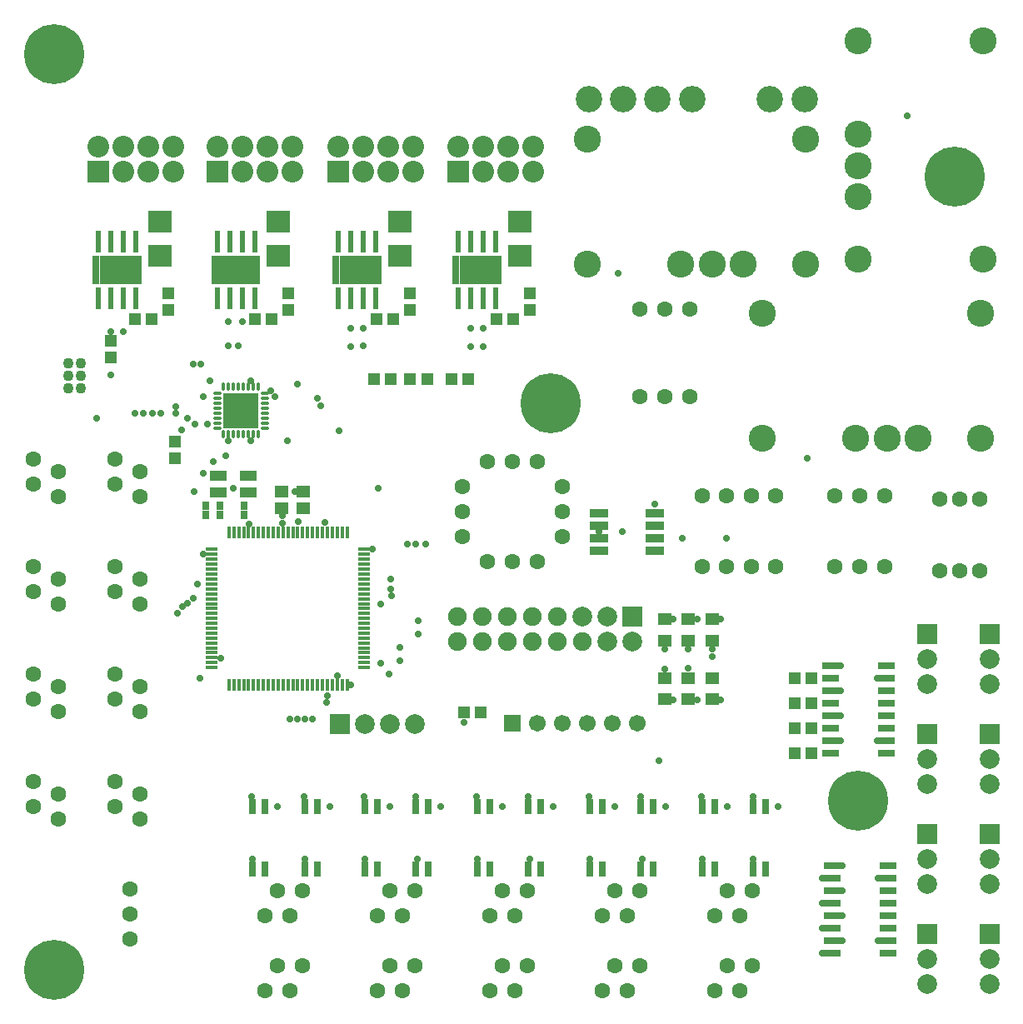
<source format=gts>
%FSTAX23Y23*%
%MOIN*%
%SFA1B1*%

%IPPOS*%
%AMD76*
4,1,8,-0.003000,-0.015500,0.003000,-0.015500,0.007000,-0.011500,0.007000,0.011500,0.003000,0.015500,-0.003000,0.015500,-0.007000,0.011500,-0.007000,-0.011500,-0.003000,-0.015500,0.0*
1,1,0.008000,-0.003000,-0.011500*
1,1,0.008000,0.003000,-0.011500*
1,1,0.008000,0.003000,0.011500*
1,1,0.008000,-0.003000,0.011500*
%
%AMD77*
4,1,8,0.015500,-0.003000,0.015500,0.003000,0.011500,0.007000,-0.011500,0.007000,-0.015500,0.003000,-0.015500,-0.003000,-0.011500,-0.007000,0.011500,-0.007000,0.015500,-0.003000,0.0*
1,1,0.008000,0.011500,-0.003000*
1,1,0.008000,0.011500,0.003000*
1,1,0.008000,-0.011500,0.003000*
1,1,0.008000,-0.011500,-0.003000*
%
%ADD70R,0.025000X0.116000*%
%ADD71R,0.025000X0.116000*%
%ADD72R,0.051000X0.047000*%
%ADD73R,0.047000X0.051000*%
%ADD74R,0.067000X0.030000*%
%ADD75R,0.067000X0.043000*%
G04~CAMADD=76~8~0.0~0.0~140.0~310.0~40.0~0.0~15~0.0~0.0~0.0~0.0~0~0.0~0.0~0.0~0.0~0~0.0~0.0~0.0~180.0~140.0~310.0*
%ADD76D76*%
G04~CAMADD=77~8~0.0~0.0~140.0~310.0~40.0~0.0~15~0.0~0.0~0.0~0.0~0~0.0~0.0~0.0~0.0~0~0.0~0.0~0.0~270.0~310.0~140.0*
%ADD77D77*%
%ADD78R,0.142000X0.142000*%
%ADD79R,0.051000X0.016000*%
%ADD80R,0.016000X0.051000*%
%ADD81R,0.075000X0.032000*%
%ADD82R,0.028000X0.063000*%
%ADD83R,0.053000X0.047000*%
%ADD84R,0.055000X0.051000*%
%ADD85R,0.095000X0.087000*%
%ADD86R,0.144000X0.116000*%
%ADD87R,0.024000X0.091000*%
%ADD88R,0.028000X0.032000*%
%ADD89C,0.063000*%
%ADD90C,0.004000*%
%ADD91C,0.079000*%
%ADD92R,0.079000X0.079000*%
%ADD93C,0.240000*%
%ADD94C,0.087000*%
%ADD95R,0.087000X0.087000*%
%ADD96R,0.079000X0.079000*%
%ADD97C,0.106000*%
%ADD98C,0.108000*%
%ADD99C,0.075000*%
%ADD100C,0.067000*%
%ADD101R,0.067000X0.067000*%
%ADD102C,0.043000*%
%ADD103C,0.028000*%
%LNholoboard-1*%
%LPD*%
G54D70*
X00473Y02938D03*
X00948D03*
X01913D03*
X01433D03*
G54D71*
X00305Y02938D03*
X0078D03*
X01745D03*
X01265D03*
G54D72*
X01629Y02499D03*
X01562D03*
X01416D03*
X01483D03*
X01794Y025D03*
X01727D03*
X01844Y01167D03*
X01777D03*
X01906Y0274D03*
X01973D03*
X00941D03*
X01008D03*
X01426D03*
X01493D03*
X00528D03*
X00461D03*
X03101Y01005D03*
X03168D03*
X03101Y01105D03*
X03168D03*
X03101Y01205D03*
X03168D03*
X03101Y01305D03*
X03168D03*
G54D73*
X00594Y02777D03*
Y02844D03*
X01074D03*
Y02777D03*
X02039D03*
Y02844D03*
X01559Y02777D03*
Y02844D03*
X00364Y02587D03*
Y02654D03*
X0062Y0225D03*
Y02183D03*
G54D74*
X03473Y00205D03*
Y00255D03*
Y00305D03*
Y00355D03*
Y00405D03*
Y00455D03*
Y00505D03*
Y00555D03*
X0325Y00205D03*
Y00255D03*
Y00305D03*
Y00355D03*
Y00405D03*
Y00455D03*
Y00505D03*
Y00555D03*
X03245Y01355D03*
Y01305D03*
Y01255D03*
Y01205D03*
Y01155D03*
Y01105D03*
Y01055D03*
Y01005D03*
X03468Y01355D03*
Y01305D03*
Y01255D03*
Y01205D03*
Y01155D03*
Y01105D03*
Y01055D03*
Y01005D03*
G54D75*
X00793Y02048D03*
Y02115D03*
X00915Y02048D03*
Y02115D03*
G54D76*
X00814Y0228D03*
X00834D03*
X00854D03*
X00874D03*
X00894D03*
X00914D03*
X00934D03*
X00954D03*
Y0247D03*
X00934D03*
X00914D03*
X00894D03*
X00874D03*
X00854D03*
X00834D03*
X00814D03*
G54D77*
X00979Y02305D03*
Y02325D03*
Y02345D03*
Y02365D03*
Y02385D03*
Y02405D03*
Y02425D03*
Y02445D03*
X00789D03*
Y02425D03*
Y02405D03*
Y02385D03*
Y02365D03*
Y02345D03*
X0079Y02325D03*
Y02305D03*
G54D78*
X00884Y02375D03*
G54D79*
X01378Y01819D03*
Y01799D03*
Y0178D03*
Y0176D03*
Y0174D03*
Y0172D03*
Y01701D03*
Y01681D03*
Y01661D03*
Y01642D03*
Y01622D03*
Y01602D03*
Y01583D03*
Y01563D03*
Y01543D03*
Y01524D03*
Y01504D03*
Y01484D03*
Y01465D03*
Y01445D03*
Y01425D03*
Y01406D03*
Y01386D03*
Y01366D03*
Y01346D03*
X00768D03*
Y01366D03*
Y01386D03*
Y01406D03*
Y01425D03*
Y01445D03*
Y01465D03*
Y01484D03*
Y01504D03*
Y01524D03*
Y01543D03*
Y01563D03*
Y01583D03*
Y01602D03*
Y01622D03*
Y01642D03*
Y01661D03*
Y01681D03*
Y01701D03*
Y0172D03*
Y0174D03*
Y0176D03*
Y0178D03*
Y01799D03*
Y01819D03*
G54D80*
X01309Y01278D03*
X01289D03*
X0127D03*
X0125D03*
X0123D03*
X01211D03*
X01191D03*
X01171D03*
X01152D03*
X01132D03*
X01112D03*
X01093D03*
X01073D03*
X01053D03*
X01033D03*
X01014D03*
X00994D03*
X00974D03*
X00955D03*
X00935D03*
X00915D03*
X00896D03*
X00876D03*
X00856D03*
X00837D03*
Y01888D03*
X00856D03*
X00876D03*
X00896D03*
X00915D03*
X00935D03*
X00955D03*
X00974D03*
X00994D03*
X01014D03*
X01033D03*
X01053D03*
X01073D03*
X01093D03*
X01112D03*
X01132D03*
X01152D03*
X01171D03*
X01191D03*
X01211D03*
X0123D03*
X0125D03*
X0127D03*
X01289D03*
X01309D03*
G54D81*
X02317Y01965D03*
Y01915D03*
Y01865D03*
Y01815D03*
X02541Y01965D03*
Y01915D03*
Y01865D03*
Y01815D03*
G54D82*
X02934Y0079D03*
X02984D03*
Y0054D03*
X02934D03*
X02729Y0079D03*
X02779D03*
Y0054D03*
X02729D03*
X02484Y0079D03*
X02534D03*
Y0054D03*
X02484D03*
X02279Y0079D03*
X02329D03*
Y0054D03*
X02279D03*
X02034Y0079D03*
X02084D03*
Y0054D03*
X02034D03*
X01829Y0079D03*
X01879D03*
Y0054D03*
X01829D03*
X01584Y0079D03*
X01634D03*
Y0054D03*
X01584D03*
X01379Y0079D03*
X01429D03*
Y0054D03*
X01379D03*
X01139Y0079D03*
X01189D03*
Y0054D03*
X01139D03*
X00929Y0079D03*
X00979D03*
Y0054D03*
X00929D03*
G54D83*
X02579Y01455D03*
Y01542D03*
X02674Y01455D03*
Y01542D03*
X02769Y01455D03*
Y01542D03*
X02579Y01305D03*
Y01219D03*
X02674Y01305D03*
Y01219D03*
X02769Y01305D03*
Y01219D03*
G54D84*
X01134Y0205D03*
Y01983D03*
X01048Y0205D03*
Y01983D03*
G54D85*
X00559Y0313D03*
Y02993D03*
X01034Y0313D03*
Y02993D03*
X01519Y0313D03*
Y02993D03*
X01999Y0313D03*
Y02993D03*
G54D86*
X00389Y02938D03*
X00864D03*
X01829D03*
X01349D03*
G54D87*
X00314Y02825D03*
X00364D03*
X00414D03*
X00464D03*
Y0305D03*
X00414D03*
X00364D03*
X00314D03*
X00789Y02825D03*
X00839D03*
X00889D03*
X00939D03*
Y0305D03*
X00889D03*
X00839D03*
X00789D03*
X01754Y02825D03*
X01804D03*
X01854D03*
X01904D03*
Y0305D03*
X01854D03*
X01804D03*
X01754D03*
X01274Y02825D03*
X01324D03*
X01374D03*
X01424D03*
Y0305D03*
X01374D03*
X01324D03*
X01274D03*
G54D88*
X00896Y01956D03*
Y01995D03*
X00744D03*
Y01956D03*
X00799Y01995D03*
Y01956D03*
G54D89*
X01869Y0217D03*
X01969D03*
X02069D03*
X02169Y0207D03*
Y0197D03*
Y0187D03*
X02069Y0177D03*
X01969D03*
X01869D03*
X01769Y0187D03*
Y0197D03*
Y0207D03*
X00054Y0132D03*
X00154Y0127D03*
X00054Y0122D03*
X00154Y0117D03*
X02729Y02035D03*
X02827D03*
X02926D03*
X03024D03*
X00379Y0089D03*
X00479Y0084D03*
X00379Y0079D03*
X00479Y0074D03*
X00054Y0089D03*
X00154Y0084D03*
X00054Y0079D03*
X00154Y0074D03*
X00379Y0132D03*
X00479Y0127D03*
X00379Y0122D03*
X00479Y0117D03*
X00379Y0175D03*
X00479Y017D03*
X00379Y0165D03*
X00479Y016D03*
X00054Y0175D03*
X00154Y017D03*
X00054Y0165D03*
X00154Y016D03*
X00379Y0218D03*
X00479Y0213D03*
X00379Y0208D03*
X00479Y0203D03*
X00054Y0218D03*
X00154Y0213D03*
X00054Y0208D03*
X00154Y0203D03*
X02779Y00355D03*
X02829Y00455D03*
X02879Y00355D03*
X02929Y00455D03*
X02329Y00355D03*
X02379Y00455D03*
X02429Y00355D03*
X02479Y00455D03*
X01879Y00355D03*
X01929Y00455D03*
X01979Y00355D03*
X02029Y00455D03*
X01429Y00355D03*
X01479Y00455D03*
X01529Y00355D03*
X01579Y00455D03*
X00979Y00355D03*
X01029Y00455D03*
X01079Y00355D03*
X01129Y00455D03*
X02779Y00055D03*
X02829Y00155D03*
X02879Y00055D03*
X02929Y00155D03*
X02329Y00055D03*
X02379Y00155D03*
X02429Y00055D03*
X02479Y00155D03*
X01879Y00055D03*
X01929Y00155D03*
X01979Y00055D03*
X02029Y00155D03*
X01429Y00055D03*
X01479Y00155D03*
X01529Y00055D03*
X01579Y00155D03*
X00979Y00055D03*
X01029Y00155D03*
X01079Y00055D03*
X01129Y00155D03*
X03839Y01735D03*
X0376D03*
X03682D03*
X03459Y0175D03*
X03361D03*
X03262D03*
X03459Y02035D03*
X03361D03*
X03262D03*
X03682Y0202D03*
X0376D03*
X03839D03*
X02479Y0243D03*
X02579D03*
X02679D03*
X00439Y00262D03*
Y00362D03*
Y00462D03*
X02479Y0278D03*
X02579D03*
X02679D03*
X02729Y0175D03*
X02827D03*
X02926D03*
X03024D03*
G54D90*
X00125Y01375D03*
X0045Y00945D03*
X00125D03*
X0045Y01375D03*
Y01805D03*
X00125D03*
X0045Y02235D03*
X00125D03*
X02724Y00426D03*
X02274D03*
X01824D03*
X01374D03*
X00924D03*
X02724Y00126D03*
X02274D03*
X01824D03*
X01374D03*
X00924D03*
G54D91*
X03629Y0048D03*
Y0058D03*
X03879Y0048D03*
Y0058D03*
Y0008D03*
Y0018D03*
X03629Y0008D03*
Y0018D03*
X01479Y0112D03*
X01379D03*
X01579D03*
X02352Y01449D03*
X02452D03*
X02352Y01549D03*
X02252D03*
X03629Y0138D03*
Y0128D03*
X03879Y0138D03*
Y0128D03*
Y0098D03*
Y0088D03*
X03629Y0098D03*
Y0088D03*
G54D92*
X03629Y0068D03*
X03879D03*
Y0028D03*
X03629D03*
Y0148D03*
X03879D03*
Y0108D03*
X03629D03*
G54D93*
X03739Y0331D03*
X02124Y02405D03*
X03354Y00815D03*
X00138Y03799D03*
Y00138D03*
G54D94*
X01089Y0343D03*
Y0333D03*
X00989Y0343D03*
Y0333D03*
X00889Y0343D03*
Y0333D03*
X00789Y0343D03*
X02054D03*
Y0333D03*
X01954Y0343D03*
Y0333D03*
X01854Y0343D03*
Y0333D03*
X01754Y0343D03*
X01574D03*
Y0333D03*
X01474Y0343D03*
Y0333D03*
X01374Y0343D03*
Y0333D03*
X01274Y0343D03*
X00614D03*
Y0333D03*
X00514Y0343D03*
Y0333D03*
X00414Y0343D03*
Y0333D03*
X00314Y0343D03*
G54D95*
X00789Y0333D03*
X01754D03*
X01274D03*
X00314D03*
G54D96*
X01279Y0112D03*
X02452Y01549D03*
G54D97*
X02689Y0362D03*
X02551D03*
X02413D03*
X02276D03*
X03139D03*
X03001D03*
G54D98*
X03354Y03855D03*
Y0348D03*
Y03355D03*
Y0323D03*
Y0298D03*
X03854Y03855D03*
Y0298D03*
X02269Y0296D03*
X02644D03*
X02769D03*
X02894D03*
X03144D03*
X02269Y0346D03*
X03144D03*
X02969Y02265D03*
X03344D03*
X03469D03*
X03594D03*
X03844D03*
X02969Y02765D03*
X03844D03*
G54D99*
X02252Y01449D03*
X02152Y01549D03*
Y01449D03*
X02052Y01549D03*
Y01449D03*
X01952Y01549D03*
Y01449D03*
X01852Y01549D03*
Y01449D03*
X01752Y01549D03*
Y01449D03*
G54D100*
X02469Y01125D03*
X02369D03*
X02069D03*
X02269D03*
X02169D03*
G54D101*
X01969Y01125D03*
G54D102*
X00244Y02465D03*
X00194D03*
X00244Y02515D03*
X00194D03*
X00244Y02565D03*
X00194D03*
G54D103*
X02395Y02923D03*
X03149Y02185D03*
X01521Y01426D03*
X01594Y01482D03*
Y01533D03*
X01114Y0193D03*
X00734Y018D03*
X01411Y01819D03*
X01445Y01602D03*
Y01364D03*
X00854Y02065D03*
X01484Y017D03*
X01239Y0079D03*
X01029D03*
X01479D03*
X01684D03*
X01929D03*
X02135D03*
X02379D03*
X02584D03*
X02829D03*
X03034D03*
X03289Y00255D03*
Y00355D03*
Y00455D03*
Y00555D03*
X03284Y01355D03*
Y01255D03*
Y01155D03*
Y01055D03*
X03429D03*
X03434Y00255D03*
Y00505D03*
X03429Y01305D03*
X02804Y0154D03*
X02769Y0142D03*
X02804Y01217D03*
X02709D03*
X02614D03*
X02709Y0154D03*
X02614D03*
X02579Y0134D03*
X02674Y0142D03*
X02579D03*
X01486Y01635D03*
X01485Y01661D03*
X01777Y01127D03*
X01477Y01321D03*
X01521Y01373D03*
X01623Y01841D03*
X0155Y0184D03*
X01585D03*
X01219Y01927D03*
X01433Y02064D03*
X00709Y01679D03*
X00697Y02049D03*
X00735Y02125D03*
X00774Y02171D03*
X00804Y01385D03*
X00694Y01625D03*
X00672Y01605D03*
X00649Y0159D03*
X00629Y01565D03*
X00564Y02363D03*
X00529D03*
X00494D03*
X00461D03*
X02489Y0058D03*
X02039D03*
X01589D03*
X01139D03*
X02729D03*
X02279D03*
X01829D03*
X01379D03*
X00929D03*
X01204Y02395D03*
X01189Y02425D03*
X01109Y0248D03*
X01004Y02455D03*
X01854Y02705D03*
X01804D03*
X01854Y0263D03*
X01804D03*
X01374Y02635D03*
X01019Y0243D03*
X01374Y02705D03*
X01324D03*
Y0263D03*
X00694Y0256D03*
X00724D03*
X00874Y02635D03*
X00834D03*
X00889Y0273D03*
X00834D03*
X00749Y0232D03*
X00414Y0269D03*
X00364D03*
X00623Y02364D03*
Y02391D03*
X03209Y00505D03*
Y00405D03*
Y00305D03*
Y00205D03*
X01169Y0114D03*
X01139D03*
X01109D03*
X01079D03*
X03549Y03555D03*
X00924Y02255D03*
Y02495D03*
X00734Y0243D03*
X02649Y01865D03*
X02827D03*
X00646Y02297D03*
X00672Y02345D03*
X00701Y02319D03*
X01069Y02254D03*
X01277Y02293D03*
X02317Y0189D03*
X02539Y02D03*
X02409Y0189D03*
X01269Y01315D03*
X01049Y01925D03*
Y01955D03*
X01099Y0205D03*
X01325Y01278D03*
X00928Y00829D03*
X01138D03*
X01378D03*
X01583D03*
X01828D03*
X02034D03*
X02278D03*
X02484D03*
X02728D03*
X02933D03*
X01226Y01207D03*
X01231Y01233D03*
X00916Y01922D03*
X02674Y01345D03*
X02769Y0139D03*
X02557Y00973D03*
X00719Y01305D03*
X00834Y02255D03*
X02935Y00579D03*
X00824Y02195D03*
X00363Y02516D03*
X00307Y02343D03*
X00759Y02494D03*
M02*
</source>
